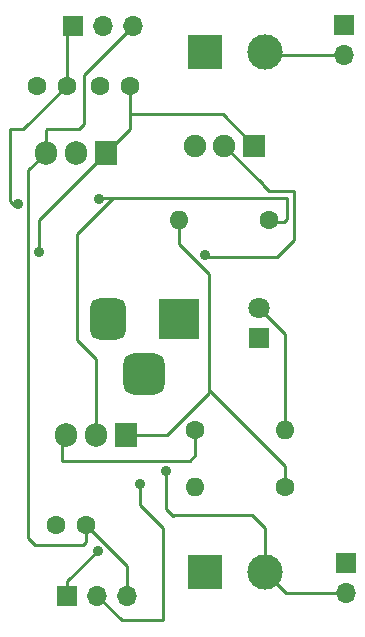
<source format=gbr>
%TF.GenerationSoftware,KiCad,Pcbnew,(6.0.7-1)-1*%
%TF.CreationDate,2022-08-03T11:09:00+05:30*%
%TF.ProjectId,Project2_Udemy,50726f6a-6563-4743-925f-5564656d792e,rev?*%
%TF.SameCoordinates,Original*%
%TF.FileFunction,Copper,L1,Top*%
%TF.FilePolarity,Positive*%
%FSLAX46Y46*%
G04 Gerber Fmt 4.6, Leading zero omitted, Abs format (unit mm)*
G04 Created by KiCad (PCBNEW (6.0.7-1)-1) date 2022-08-03 11:09:00*
%MOMM*%
%LPD*%
G01*
G04 APERTURE LIST*
G04 Aperture macros list*
%AMRoundRect*
0 Rectangle with rounded corners*
0 $1 Rounding radius*
0 $2 $3 $4 $5 $6 $7 $8 $9 X,Y pos of 4 corners*
0 Add a 4 corners polygon primitive as box body*
4,1,4,$2,$3,$4,$5,$6,$7,$8,$9,$2,$3,0*
0 Add four circle primitives for the rounded corners*
1,1,$1+$1,$2,$3*
1,1,$1+$1,$4,$5*
1,1,$1+$1,$6,$7*
1,1,$1+$1,$8,$9*
0 Add four rect primitives between the rounded corners*
20,1,$1+$1,$2,$3,$4,$5,0*
20,1,$1+$1,$4,$5,$6,$7,0*
20,1,$1+$1,$6,$7,$8,$9,0*
20,1,$1+$1,$8,$9,$2,$3,0*%
G04 Aperture macros list end*
%TA.AperFunction,ComponentPad*%
%ADD10C,1.600000*%
%TD*%
%TA.AperFunction,ComponentPad*%
%ADD11R,3.000000X3.000000*%
%TD*%
%TA.AperFunction,ComponentPad*%
%ADD12C,3.000000*%
%TD*%
%TA.AperFunction,ComponentPad*%
%ADD13R,1.700000X1.700000*%
%TD*%
%TA.AperFunction,ComponentPad*%
%ADD14O,1.700000X1.700000*%
%TD*%
%TA.AperFunction,ComponentPad*%
%ADD15R,1.900000X1.900000*%
%TD*%
%TA.AperFunction,ComponentPad*%
%ADD16C,1.900000*%
%TD*%
%TA.AperFunction,ComponentPad*%
%ADD17R,1.905000X2.000000*%
%TD*%
%TA.AperFunction,ComponentPad*%
%ADD18O,1.905000X2.000000*%
%TD*%
%TA.AperFunction,ComponentPad*%
%ADD19O,1.600000X1.600000*%
%TD*%
%TA.AperFunction,ComponentPad*%
%ADD20R,1.800000X1.800000*%
%TD*%
%TA.AperFunction,ComponentPad*%
%ADD21C,1.800000*%
%TD*%
%TA.AperFunction,ComponentPad*%
%ADD22R,3.500000X3.500000*%
%TD*%
%TA.AperFunction,ComponentPad*%
%ADD23RoundRect,0.750000X-0.750000X-1.000000X0.750000X-1.000000X0.750000X1.000000X-0.750000X1.000000X0*%
%TD*%
%TA.AperFunction,ComponentPad*%
%ADD24RoundRect,0.875000X-0.875000X-0.875000X0.875000X-0.875000X0.875000X0.875000X-0.875000X0.875000X0*%
%TD*%
%TA.AperFunction,ViaPad*%
%ADD25C,0.900000*%
%TD*%
%TA.AperFunction,Conductor*%
%ADD26C,0.250000*%
%TD*%
G04 APERTURE END LIST*
D10*
%TO.P,C3,1*%
%TO.N,/3.3V*%
X136030000Y-75322000D03*
%TO.P,C3,2*%
%TO.N,GND*%
X133530000Y-75322000D03*
%TD*%
D11*
%TO.P,J7,1,Pin_1*%
%TO.N,GND*%
X147734000Y-116470000D03*
D12*
%TO.P,J7,2,Pin_2*%
%TO.N,/PWR_OUT_TOP*%
X152814000Y-116470000D03*
%TD*%
D13*
%TO.P,J6,1,Pin_1*%
%TO.N,GND*%
X159690000Y-115710000D03*
D14*
%TO.P,J6,2,Pin_2*%
%TO.N,/PWR_OUT_TOP*%
X159690000Y-118250000D03*
%TD*%
D11*
%TO.P,J4,1,Pin_1*%
%TO.N,GND*%
X147734000Y-72442000D03*
D12*
%TO.P,J4,2,Pin_2*%
%TO.N,/PWR_OUT_BOT*%
X152814000Y-72442000D03*
%TD*%
D10*
%TO.P,C2,1*%
%TO.N,/5V*%
X137630000Y-112490000D03*
%TO.P,C2,2*%
%TO.N,GND*%
X135130000Y-112490000D03*
%TD*%
D15*
%TO.P,S1,1*%
%TO.N,/12V*%
X151870000Y-80390000D03*
D16*
%TO.P,S1,2*%
%TO.N,/PWR_INPUT*%
X149370000Y-80390000D03*
%TO.P,S1,3*%
%TO.N,unconnected-(S1-Pad3)*%
X146870000Y-80390000D03*
%TD*%
D17*
%TO.P,U1,1,ADJ*%
%TO.N,Net-(R2-Pad2)*%
X141020000Y-104890000D03*
D18*
%TO.P,U1,2,VO*%
%TO.N,/3.3V*%
X138480000Y-104890000D03*
%TO.P,U1,3,VI*%
%TO.N,/12V*%
X135940000Y-104890000D03*
%TD*%
D10*
%TO.P,R2,1*%
%TO.N,/3.3V*%
X153170000Y-86710000D03*
D19*
%TO.P,R2,2*%
%TO.N,Net-(R2-Pad2)*%
X145550000Y-86710000D03*
%TD*%
D10*
%TO.P,C1,1*%
%TO.N,/12V*%
X141384000Y-75322000D03*
%TO.P,C1,2*%
%TO.N,GND*%
X138884000Y-75322000D03*
%TD*%
%TO.P,R1,1*%
%TO.N,/12V*%
X146890000Y-104444000D03*
D19*
%TO.P,R1,2*%
%TO.N,Net-(D1-Pad2)*%
X154510000Y-104444000D03*
%TD*%
D20*
%TO.P,D1,1,K*%
%TO.N,GND*%
X152274000Y-96663000D03*
D21*
%TO.P,D1,2,A*%
%TO.N,Net-(D1-Pad2)*%
X152274000Y-94123000D03*
%TD*%
D13*
%TO.P,J5,1,Pin_1*%
%TO.N,/3.3V*%
X136558000Y-70242000D03*
D14*
%TO.P,J5,2,Pin_2*%
%TO.N,/PWR_OUT_TOP*%
X139098000Y-70242000D03*
%TO.P,J5,3,Pin_3*%
%TO.N,/5V*%
X141638000Y-70242000D03*
%TD*%
D13*
%TO.P,J3,1,Pin_1*%
%TO.N,GND*%
X159470000Y-70210000D03*
D14*
%TO.P,J3,2,Pin_2*%
%TO.N,/PWR_OUT_BOT*%
X159470000Y-72750000D03*
%TD*%
D13*
%TO.P,J2,1,Pin_1*%
%TO.N,/3.3V*%
X136065000Y-118502000D03*
D14*
%TO.P,J2,2,Pin_2*%
%TO.N,/PWR_OUT_BOT*%
X138605000Y-118502000D03*
%TO.P,J2,3,Pin_3*%
%TO.N,/5V*%
X141145000Y-118502000D03*
%TD*%
D22*
%TO.P,J1,1*%
%TO.N,/PWR_INPUT*%
X145530000Y-95050000D03*
D23*
%TO.P,J1,2*%
%TO.N,GND*%
X139530000Y-95050000D03*
D24*
%TO.P,J1,3*%
X142530000Y-99750000D03*
%TD*%
D17*
%TO.P,U2,1,VI*%
%TO.N,/12V*%
X139352000Y-80981000D03*
D18*
%TO.P,U2,2,GND*%
%TO.N,GND*%
X136812000Y-80981000D03*
%TO.P,U2,3,VO*%
%TO.N,/5V*%
X134272000Y-80981000D03*
%TD*%
D10*
%TO.P,R3,1*%
%TO.N,Net-(R2-Pad2)*%
X154510000Y-109270000D03*
D19*
%TO.P,R3,2*%
%TO.N,GND*%
X146890000Y-109270000D03*
%TD*%
D25*
%TO.N,/12V*%
X133670000Y-89390000D03*
%TO.N,/3.3V*%
X138780000Y-84920000D03*
X138640000Y-114710000D03*
X131900000Y-85360000D03*
%TO.N,/PWR_INPUT*%
X147760000Y-89680000D03*
%TO.N,/PWR_OUT_TOP*%
X144410000Y-107930000D03*
%TO.N,/PWR_OUT_BOT*%
X142200000Y-109050000D03*
%TD*%
D26*
%TO.N,/12V*%
X146490000Y-107060000D02*
X135660000Y-107060000D01*
X139352000Y-80981000D02*
X133670000Y-86663000D01*
X149224000Y-77744000D02*
X141384000Y-77744000D01*
X141384000Y-78949000D02*
X141384000Y-77744000D01*
X141384000Y-77744000D02*
X141384000Y-75322000D01*
X146890000Y-104444000D02*
X146890000Y-106580000D01*
X151870000Y-80390000D02*
X149224000Y-77744000D01*
X133670000Y-86663000D02*
X133670000Y-89390000D01*
X146930000Y-106620000D02*
X146490000Y-107060000D01*
X139352000Y-80981000D02*
X141384000Y-78949000D01*
X135660000Y-107060000D02*
X135660000Y-105170000D01*
X146890000Y-106580000D02*
X146930000Y-106620000D01*
X135660000Y-105170000D02*
X135940000Y-104890000D01*
%TO.N,/5V*%
X134272000Y-79098000D02*
X134272000Y-80981000D01*
X137380000Y-114240000D02*
X137630000Y-113990000D01*
X132780000Y-82473000D02*
X132780000Y-113640000D01*
X141638000Y-70242000D02*
X137500000Y-74380000D01*
X137630000Y-113990000D02*
X137630000Y-112490000D01*
X134272000Y-80981000D02*
X132780000Y-82473000D01*
X132780000Y-113640000D02*
X133380000Y-114240000D01*
X133380000Y-114240000D02*
X137380000Y-114240000D01*
X141145000Y-116005000D02*
X137630000Y-112490000D01*
X137050000Y-79000000D02*
X134370000Y-79000000D01*
X137500000Y-74380000D02*
X137500000Y-78550000D01*
X137500000Y-78550000D02*
X137050000Y-79000000D01*
X134370000Y-79000000D02*
X134272000Y-79098000D01*
X141145000Y-118502000D02*
X141145000Y-116005000D01*
%TO.N,/3.3V*%
X131240000Y-79010000D02*
X131240000Y-85080000D01*
X154440000Y-86870000D02*
X153330000Y-86870000D01*
X131840000Y-85420000D02*
X131900000Y-85360000D01*
X154690000Y-86620000D02*
X154440000Y-86870000D01*
X154690000Y-84840000D02*
X154690000Y-86620000D01*
X138780000Y-84920000D02*
X138860000Y-84840000D01*
X132342000Y-79010000D02*
X131240000Y-79010000D01*
X138480000Y-104890000D02*
X138480000Y-98450000D01*
X136065000Y-117285000D02*
X138640000Y-114710000D01*
X136870000Y-87880000D02*
X139910000Y-84840000D01*
X136030000Y-75322000D02*
X136030000Y-70770000D01*
X136065000Y-118502000D02*
X136065000Y-117285000D01*
X131240000Y-85080000D02*
X131580000Y-85420000D01*
X131580000Y-85420000D02*
X131840000Y-85420000D01*
X136870000Y-96840000D02*
X136870000Y-87880000D01*
X139910000Y-84840000D02*
X154690000Y-84840000D01*
X153330000Y-86870000D02*
X153170000Y-86710000D01*
X136030000Y-70770000D02*
X136558000Y-70242000D01*
X136030000Y-75322000D02*
X132342000Y-79010000D01*
X138860000Y-84840000D02*
X139910000Y-84840000D01*
X138480000Y-98450000D02*
X136870000Y-96840000D01*
%TO.N,Net-(D1-Pad2)*%
X154510000Y-104444000D02*
X154510000Y-96359000D01*
X154510000Y-96359000D02*
X152274000Y-94123000D01*
%TO.N,/PWR_INPUT*%
X152650000Y-83670000D02*
X152650000Y-83730000D01*
X153140000Y-84220000D02*
X155270000Y-84220000D01*
X155270000Y-84220000D02*
X155270000Y-88390000D01*
X152650000Y-83730000D02*
X153140000Y-84220000D01*
X147890000Y-89810000D02*
X147760000Y-89680000D01*
X153850000Y-89810000D02*
X147890000Y-89810000D01*
X155270000Y-88390000D02*
X153850000Y-89810000D01*
X149370000Y-80390000D02*
X152650000Y-83670000D01*
%TO.N,/PWR_OUT_TOP*%
X145010000Y-111760000D02*
X145090000Y-111680000D01*
X145090000Y-111680000D02*
X151730000Y-111680000D01*
X151730000Y-111680000D02*
X152814000Y-112764000D01*
X144410000Y-107930000D02*
X144430000Y-107950000D01*
X152814000Y-112764000D02*
X152814000Y-116470000D01*
X144430000Y-111180000D02*
X145010000Y-111760000D01*
X144430000Y-107950000D02*
X144430000Y-111180000D01*
X159690000Y-118250000D02*
X154594000Y-118250000D01*
X154594000Y-118250000D02*
X152814000Y-116470000D01*
%TO.N,/PWR_OUT_BOT*%
X159470000Y-72750000D02*
X153122000Y-72750000D01*
X144160000Y-112790000D02*
X144160000Y-120590000D01*
X153496000Y-71760000D02*
X152814000Y-72442000D01*
X140693000Y-120590000D02*
X138605000Y-118502000D01*
X144160000Y-120590000D02*
X140693000Y-120590000D01*
X142200000Y-109050000D02*
X142200000Y-110830000D01*
X142200000Y-110830000D02*
X144160000Y-112790000D01*
X152760000Y-72388000D02*
X152814000Y-72442000D01*
%TO.N,Net-(R2-Pad2)*%
X144560000Y-104890000D02*
X141020000Y-104890000D01*
X145550000Y-88710000D02*
X148090000Y-91250000D01*
X148090000Y-91250000D02*
X148090000Y-101100000D01*
X148090000Y-101360000D02*
X144560000Y-104890000D01*
X148090000Y-101100000D02*
X148090000Y-101360000D01*
X154510000Y-109270000D02*
X154510000Y-107520000D01*
X145550000Y-86710000D02*
X145550000Y-88710000D01*
X154510000Y-107520000D02*
X148090000Y-101100000D01*
%TD*%
M02*

</source>
